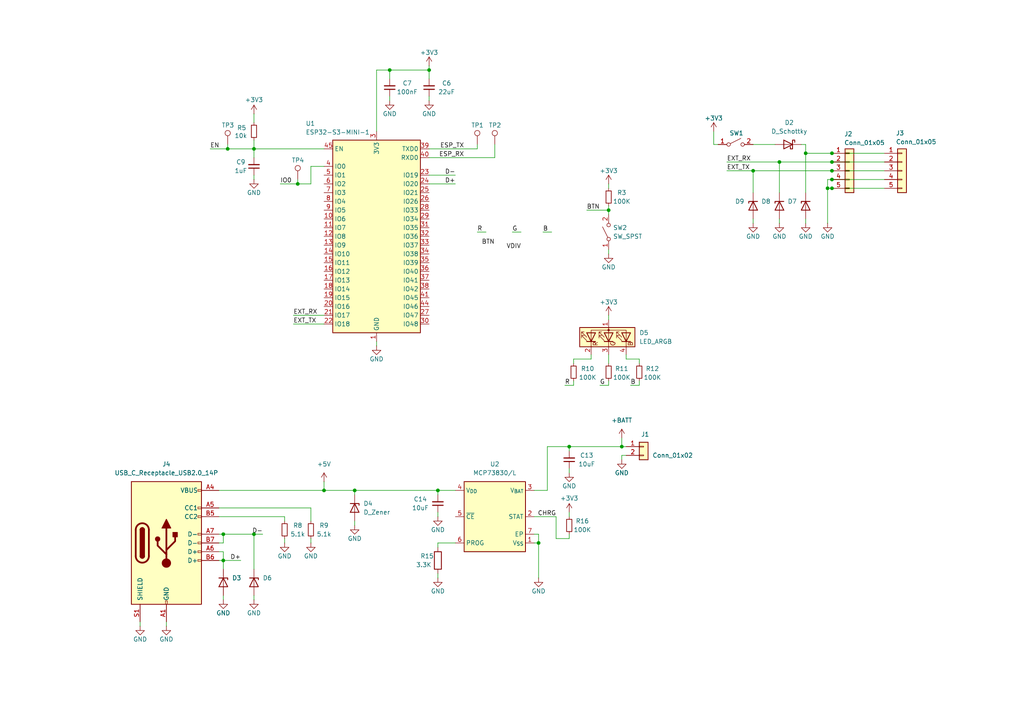
<source format=kicad_sch>
(kicad_sch (version 20231120) (generator "eeschema") (generator_version "8.0")
  (paper "A4")
  (lib_symbols
    (symbol "Connector:TestPoint" (pin_numbers hide) (pin_names (offset 0.762) hide)
      (property "Reference" "TP" (at 0 6.858 0))
      (property "Value" "TestPoint" (at 0 5.08 0))
      (symbol "TestPoint_1_1"
        (pin passive line (at 0 0 90) (length 2.54) (name "1") (number "1"))
      )
    )
    (symbol "Connector:USB_C_Receptacle_USB2.0_14P" (pin_names (offset 1.016))
      (property "Reference" "J" (at 0 22.225 0))
      (property "Value" "USB_C_Receptacle_USB2.0_14P" (at 0 19.685 0))
      (symbol "USB_C_Receptacle_USB2.0_14P_1_1"
        (pin passive line (at 0 -22.86 90) (length 5.08) (name "GND") (number "A1"))
        (pin passive line (at 0 -22.86 90) (length 5.08) hide (name "GND") (number "A12"))
        (pin passive line (at 15.24 15.24 180) (length 5.08) (name "VBUS") (number "A4"))
        (pin bidirectional line (at 15.24 10.16 180) (length 5.08) (name "CC1") (number "A5"))
        (pin bidirectional line (at 15.24 -2.54 180) (length 5.08) (name "D+") (number "A6"))
        (pin bidirectional line (at 15.24 2.54 180) (length 5.08) (name "D-") (number "A7"))
        (pin passive line (at 15.24 15.24 180) (length 5.08) hide (name "VBUS") (number "A9"))
        (pin passive line (at 0 -22.86 90) (length 5.08) hide (name "GND") (number "B1"))
        (pin passive line (at 0 -22.86 90) (length 5.08) hide (name "GND") (number "B12"))
        (pin passive line (at 15.24 15.24 180) (length 5.08) hide (name "VBUS") (number "B4"))
        (pin bidirectional line (at 15.24 7.62 180) (length 5.08) (name "CC2") (number "B5"))
        (pin bidirectional line (at 15.24 -5.08 180) (length 5.08) (name "D+") (number "B6"))
        (pin bidirectional line (at 15.24 0 180) (length 5.08) (name "D-") (number "B7"))
        (pin passive line (at 15.24 15.24 180) (length 5.08) hide (name "VBUS") (number "B9"))
        (pin passive line (at -7.62 -22.86 90) (length 5.08) (name "SHIELD") (number "S1"))
      )
    )
    (symbol "Connector_Generic:Conn_01x02" (pin_names (offset 1.016) hide)
      (property "Reference" "J" (at 0 2.54 0))
      (property "Value" "Conn_01x02" (at 0 -5.08 0))
      (symbol "Conn_01x02_1_1"
        (pin passive line (at -5.08 0 0) (length 3.81) (name "Pin_1") (number "1"))
        (pin passive line (at -5.08 -2.54 0) (length 3.81) (name "Pin_2") (number "2"))
      )
    )
    (symbol "Connector_Generic:Conn_01x05" (pin_names (offset 1.016) hide)
      (property "Reference" "J" (at 0 7.62 0))
      (property "Value" "Conn_01x05" (at 0 -7.62 0))
      (symbol "Conn_01x05_1_1"
        (pin passive line (at -5.08 5.08 0) (length 3.81) (name "Pin_1") (number "1"))
        (pin passive line (at -5.08 2.54 0) (length 3.81) (name "Pin_2") (number "2"))
        (pin passive line (at -5.08 0 0) (length 3.81) (name "Pin_3") (number "3"))
        (pin passive line (at -5.08 -2.54 0) (length 3.81) (name "Pin_4") (number "4"))
        (pin passive line (at -5.08 -5.08 0) (length 3.81) (name "Pin_5") (number "5"))
      )
    )
    (symbol "Device:C_Small" (pin_numbers hide) (pin_names (offset 0.254) hide)
      (property "Reference" "C" (at 0.254 1.778 0))
      (property "Value" "C_Small" (at 0.254 -2.032 0))
      (symbol "C_Small_1_1"
        (pin passive line (at 0 2.54 270) (length 2.032) (name "~") (number "1"))
        (pin passive line (at 0 -2.54 90) (length 2.032) (name "~") (number "2"))
      )
    )
    (symbol "Device:D_Schottky" (pin_numbers hide) (pin_names (offset 1.016) hide)
      (property "Reference" "D" (at 0 2.54 0))
      (property "Value" "D_Schottky" (at 0 -2.54 0))
      (symbol "D_Schottky_1_1"
        (pin passive line (at -3.81 0 0) (length 2.54) (name "K") (number "1"))
        (pin passive line (at 3.81 0 180) (length 2.54) (name "A") (number "2"))
      )
    )
    (symbol "Device:D_Zener" (pin_numbers hide) (pin_names (offset 1.016) hide)
      (property "Reference" "D" (at 0 2.54 0))
      (property "Value" "D_Zener" (at 0 -2.54 0))
      (symbol "D_Zener_1_1"
        (pin passive line (at -3.81 0 0) (length 2.54) (name "K") (number "1"))
        (pin passive line (at 3.81 0 180) (length 2.54) (name "A") (number "2"))
      )
    )
    (symbol "Device:LED_ARGB" (pin_names (offset 0) hide)
      (property "Reference" "D" (at 0 9.398 0))
      (property "Value" "LED_ARGB" (at 0 -8.89 0))
      (symbol "LED_ARGB_0_0"
        (text "B" (at -1.905 -6.35 0) (effects (font (size 1.27 1.27))))
        (text "G" (at -1.905 -1.27 0) (effects (font (size 1.27 1.27))))
        (text "R" (at -1.905 3.81 0) (effects (font (size 1.27 1.27))))
      )
      (symbol "LED_ARGB_1_1"
        (pin passive line (at 5.08 0 180) (length 2.54) (name "A") (number "1"))
        (pin passive line (at -5.08 5.08 0) (length 2.54) (name "RK") (number "2"))
        (pin passive line (at -5.08 0 0) (length 2.54) (name "GK") (number "3"))
        (pin passive line (at -5.08 -5.08 0) (length 2.54) (name "BK") (number "4"))
      )
    )
    (symbol "Device:R" (pin_numbers hide) (pin_names (offset 0))
      (property "Reference" "R" (at 2.032 0 90))
      (property "Value" "R" (at 0 0 90))
      (symbol "R_1_1"
        (pin passive line (at 0 3.81 270) (length 1.27) (name "~") (number "1"))
        (pin passive line (at 0 -3.81 90) (length 1.27) (name "~") (number "2"))
      )
    )
    (symbol "Device:R_Small" (pin_numbers hide) (pin_names (offset 0.254) hide)
      (property "Reference" "R" (at 0.762 0.508 0))
      (property "Value" "R_Small" (at 0.762 -1.016 0))
      (symbol "R_Small_1_1"
        (pin passive line (at 0 2.54 270) (length 0.762) (name "~") (number "1"))
        (pin passive line (at 0 -2.54 90) (length 0.762) (name "~") (number "2"))
      )
    )
    (symbol "EN_Designs-Symbols:MCP73830/L"
      (property "Reference" "U" (at -9.144 15.24 0))
      (property "Value" "MCP73830/L" (at -9.144 12.954 0))
      (symbol "MCP73830/L_1_1"
        (pin power_in line (at 11.43 -7.62 180) (length 2.54) (name "V_{SS}") (number "1"))
        (pin output line (at 11.43 0 180) (length 2.54) (name "STAT") (number "2"))
        (pin power_out line (at 11.43 7.62 180) (length 2.54) (name "V_{BAT}") (number "3"))
        (pin power_in line (at -11.43 7.62 0) (length 2.54) (name "V_{DD}") (number "4"))
        (pin input line (at -11.43 0 0) (length 2.54) (name "~{CE}") (number "5"))
        (pin input line (at -11.43 -7.62 0) (length 2.54) (name "PROG") (number "6"))
        (pin power_in line (at 11.43 -5.08 180) (length 2.54) (name "EP") (number "7"))
      )
    )
    (symbol "EN_Designs-Symbols:NCP167BMX330TBG"
      (property "Reference" "U" (at -5.08 8.89 0))
      (property "Value" "NCP167BMX330TBG" (at 3.81 6.35 0))
      (symbol "NCP167BMX330TBG_1_1"
        (pin power_out line (at 7.62 2.54 180) (length 2.54) (name "VOUT") (number "1"))
        (pin power_in line (at 7.62 -5.08 180) (length 2.54) (name "GND") (number "2"))
        (pin input line (at -7.62 -5.08 0) (length 2.54) (name "EN") (number "3"))
        (pin power_in line (at -7.62 2.54 0) (length 2.54) (name "VIN") (number "4"))
      )
    )
    (symbol "EN_Designs-Symbols:XC6194A303ER-G"
      (property "Reference" "U" (at -8.89 17.78 0))
      (property "Value" "XC6194A303ER-G" (at -8.89 15.24 0))
      (symbol "XC6194A303ER-G_1_1"
        (pin passive line (at -13.97 10.16 0) (length 5.08) (name "VIN") (number "1"))
        (pin no_connect line (at 13.97 -12.7 180) (length 5.08) hide (name "NC") (number "2"))
        (pin passive line (at -13.97 -2.54 0) (length 5.08) (name "SW") (number "3"))
        (pin passive line (at 13.97 -2.54 180) (length 5.08) (name "PG") (number "4"))
        (pin passive line (at -13.97 -12.7 0) (length 5.08) (name "GND") (number "5"))
        (pin passive line (at -13.97 -7.62 0) (length 5.08) (name "TEST") (number "6"))
        (pin passive line (at 13.97 -10.16 180) (length 5.08) (name "SHDN") (number "7"))
        (pin passive line (at 13.97 10.16 180) (length 5.08) (name "VOUT") (number "8"))
        (pin passive line (at -13.97 -10.16 0) (length 5.08) (name "EP") (number "9"))
      )
    )
    (symbol "Power_Management:TPS2116DRL"
      (property "Reference" "U" (at -7.874 9.144 0))
      (property "Value" "TPS2116DRL" (at 0.508 -8.89 0))
      (symbol "TPS2116DRL_1_0"
        (pin power_out line (at 10.16 5.08 180) (length 2.54) hide (name "VOUT") (number "7"))
      )
      (symbol "TPS2116DRL_1_1"
        (pin power_in line (at 0 -10.16 90) (length 2.54) (name "GND") (number "1"))
        (pin power_out line (at 10.16 5.08 180) (length 2.54) (name "VOUT") (number "2"))
        (pin power_in line (at -10.16 5.08 0) (length 2.54) (name "VIN1") (number "3"))
        (pin input line (at -10.16 2.54 0) (length 2.54) (name "PR1") (number "4"))
        (pin input line (at -10.16 -2.54 0) (length 2.54) (name "MODE") (number "5"))
        (pin power_in line (at -10.16 -5.08 0) (length 2.54) (name "VIN2") (number "6"))
        (pin open_collector line (at 10.16 -5.08 180) (length 2.54) (name "ST") (number "8"))
      )
    )
    (symbol "RF_Module:ESP32-S3-MINI-1"
      (property "Reference" "U" (at -11.43 29.21 0))
      (property "Value" "ESP32-S3-MINI-1" (at 12.7 29.21 0))
      (symbol "ESP32-S3-MINI-1_1_1"
        (pin power_in line (at 0 -30.48 90) (length 2.54) (name "GND") (number "1"))
        (pin bidirectional line (at -15.24 5.08 0) (length 2.54) (name "IO6") (number "10"))
        (pin bidirectional line (at -15.24 2.54 0) (length 2.54) (name "IO7") (number "11"))
        (pin bidirectional line (at -15.24 0 0) (length 2.54) (name "IO8") (number "12"))
        (pin bidirectional line (at -15.24 -2.54 0) (length 2.54) (name "IO9") (number "13"))
        (pin bidirectional line (at -15.24 -5.08 0) (length 2.54) (name "IO10") (number "14"))
        (pin bidirectional line (at -15.24 -7.62 0) (length 2.54) (name "IO11") (number "15"))
        (pin bidirectional line (at -15.24 -10.16 0) (length 2.54) (name "IO12") (number "16"))
        (pin bidirectional line (at -15.24 -12.7 0) (length 2.54) (name "IO13") (number "17"))
        (pin bidirectional line (at -15.24 -15.24 0) (length 2.54) (name "IO14") (number "18"))
        (pin bidirectional line (at -15.24 -17.78 0) (length 2.54) (name "IO15") (number "19"))
        (pin passive line (at 0 -30.48 90) (length 2.54) hide (name "GND") (number "2"))
        (pin bidirectional line (at -15.24 -20.32 0) (length 2.54) (name "IO16") (number "20"))
        (pin bidirectional line (at -15.24 -22.86 0) (length 2.54) (name "IO17") (number "21"))
        (pin bidirectional line (at -15.24 -25.4 0) (length 2.54) (name "IO18") (number "22"))
        (pin bidirectional line (at 15.24 17.78 180) (length 2.54) (name "IO19") (number "23"))
        (pin bidirectional line (at 15.24 15.24 180) (length 2.54) (name "IO20") (number "24"))
        (pin bidirectional line (at 15.24 12.7 180) (length 2.54) (name "IO21") (number "25"))
        (pin bidirectional line (at 15.24 10.16 180) (length 2.54) (name "IO26") (number "26"))
        (pin bidirectional line (at 15.24 -22.86 180) (length 2.54) (name "IO47") (number "27"))
        (pin bidirectional line (at 15.24 7.62 180) (length 2.54) (name "IO33") (number "28"))
        (pin bidirectional line (at 15.24 5.08 180) (length 2.54) (name "IO34") (number "29"))
        (pin power_in line (at 0 30.48 270) (length 2.54) (name "3V3") (number "3"))
        (pin bidirectional line (at 15.24 -25.4 180) (length 2.54) (name "IO48") (number "30"))
        (pin bidirectional line (at 15.24 2.54 180) (length 2.54) (name "IO35") (number "31"))
        (pin bidirectional line (at 15.24 0 180) (length 2.54) (name "IO36") (number "32"))
        (pin bidirectional line (at 15.24 -2.54 180) (length 2.54) (name "IO37") (number "33"))
        (pin bidirectional line (at 15.24 -5.08 180) (length 2.54) (name "IO38") (number "34"))
        (pin bidirectional line (at 15.24 -7.62 180) (length 2.54) (name "IO39") (number "35"))
        (pin bidirectional line (at 15.24 -10.16 180) (length 2.54) (name "IO40") (number "36"))
        (pin bidirectional line (at 15.24 -12.7 180) (length 2.54) (name "IO41") (number "37"))
        (pin bidirectional line (at 15.24 -15.24 180) (length 2.54) (name "IO42") (number "38"))
        (pin bidirectional line (at 15.24 25.4 180) (length 2.54) (name "TXD0") (number "39"))
        (pin bidirectional line (at -15.24 20.32 0) (length 2.54) (name "IO0") (number "4"))
        (pin bidirectional line (at 15.24 22.86 180) (length 2.54) (name "RXD0") (number "40"))
        (pin bidirectional line (at 15.24 -17.78 180) (length 2.54) (name "IO45") (number "41"))
        (pin passive line (at 0 -30.48 90) (length 2.54) hide (name "GND") (number "42"))
        (pin passive line (at 0 -30.48 90) (length 2.54) hide (name "GND") (number "43"))
        (pin bidirectional line (at 15.24 -20.32 180) (length 2.54) (name "IO46") (number "44"))
        (pin input line (at -15.24 25.4 0) (length 2.54) (name "EN") (number "45"))
        (pin passive line (at 0 -30.48 90) (length 2.54) hide (name "GND") (number "46"))
        (pin passive line (at 0 -30.48 90) (length 2.54) hide (name "GND") (number "47"))
        (pin passive line (at 0 -30.48 90) (length 2.54) hide (name "GND") (number "48"))
        (pin passive line (at 0 -30.48 90) (length 2.54) hide (name "GND") (number "49"))
        (pin bidirectional line (at -15.24 17.78 0) (length 2.54) (name "IO1") (number "5"))
        (pin passive line (at 0 -30.48 90) (length 2.54) hide (name "GND") (number "50"))
        (pin passive line (at 0 -30.48 90) (length 2.54) hide (name "GND") (number "51"))
        (pin passive line (at 0 -30.48 90) (length 2.54) hide (name "GND") (number "52"))
        (pin passive line (at 0 -30.48 90) (length 2.54) hide (name "GND") (number "53"))
        (pin passive line (at 0 -30.48 90) (length 2.54) hide (name "GND") (number "54"))
        (pin passive line (at 0 -30.48 90) (length 2.54) hide (name "GND") (number "55"))
        (pin passive line (at 0 -30.48 90) (length 2.54) hide (name "GND") (number "56"))
        (pin passive line (at 0 -30.48 90) (length 2.54) hide (name "GND") (number "57"))
        (pin passive line (at 0 -30.48 90) (length 2.54) hide (name "GND") (number "58"))
        (pin passive line (at 0 -30.48 90) (length 2.54) hide (name "GND") (number "59"))
        (pin bidirectional line (at -15.24 15.24 0) (length 2.54) (name "IO2") (number "6"))
        (pin passive line (at 0 -30.48 90) (length 2.54) hide (name "GND") (number "60"))
        (pin passive line (at 0 -30.48 90) (length 2.54) hide (name "GND") (number "61"))
        (pin passive line (at 0 -30.48 90) (length 2.54) hide (name "GND") (number "62"))
        (pin passive line (at 0 -30.48 90) (length 2.54) hide (name "GND") (number "63"))
        (pin passive line (at 0 -30.48 90) (length 2.54) hide (name "GND") (number "64"))
        (pin passive line (at 0 -30.48 90) (length 2.54) hide (name "GND") (number "65"))
        (pin bidirectional line (at -15.24 12.7 0) (length 2.54) (name "IO3") (number "7"))
        (pin bidirectional line (at -15.24 10.16 0) (length 2.54) (name "IO4") (number "8"))
        (pin bidirectional line (at -15.24 7.62 0) (length 2.54) (name "IO5") (number "9"))
      )
    )
    (symbol "Switch:SW_SPST" (pin_names (offset 0) hide)
      (property "Reference" "SW" (at 0 3.175 0))
      (property "Value" "SW_SPST" (at 0 -2.54 0))
      (symbol "SW_SPST_1_1"
        (pin passive line (at -5.08 0 0) (length 2.54) (name "A") (number "1"))
        (pin passive line (at 5.08 0 180) (length 2.54) (name "B") (number "2"))
      )
    )
    (symbol "power:+3V3" (power) (pin_numbers hide) (pin_names (offset 0) hide)
      (property "Value" "+3V3" (at 0 3.556 0))
      (symbol "+3V3_1_1"
        (pin power_in line (at 0 0 90) (length 0) (name "~") (number "1"))
      )
    )
    (symbol "power:+5V" (power) (pin_numbers hide) (pin_names (offset 0) hide)
      (property "Value" "+5V" (at 0 3.556 0))
      (symbol "+5V_1_1"
        (pin power_in line (at 0 0 90) (length 0) (name "~") (number "1"))
      )
    )
    (symbol "power:+BATT" (power) (pin_numbers hide) (pin_names (offset 0) hide)
      (property "Value" "+BATT" (at 0 3.556 0))
      (symbol "+BATT_1_1"
        (pin power_in line (at 0 0 90) (length 0) (name "~") (number "1"))
      )
    )
    (symbol "power:GND" (power) (pin_numbers hide) (pin_names (offset 0) hide)
      (property "Value" "GND" (at 0 -3.81 0))
      (symbol "GND_1_1"
        (pin power_in line (at 0 0 270) (length 0) (name "~") (number "1"))
      )
    )
  )
  (junction (at 111.76 252.73))
  (junction (at 64.77 162.56))
  (junction (at 241.3 44.45))
  (junction (at 228.6 232.41))
  (junction (at 226.06 46.99))
  (junction (at 176.53 60.96))
  (junction (at 93.98 232.41))
  (junction (at 111.76 255.27))
  (junction (at 218.44 49.53))
  (junction (at 233.68 44.45))
  (junction (at 93.98 245.11))
  (junction (at 194.31 232.41))
  (junction (at 34.29 248.92))
  (junction (at 180.34 129.54))
  (junction (at 86.36 53.34))
  (junction (at 64.77 154.94))
  (junction (at 240.03 54.61))
  (junction (at 34.29 219.71))
  (junction (at 241.3 49.53))
  (junction (at 73.66 43.18))
  (junction (at 156.21 157.48))
  (junction (at 110.49 232.41))
  (junction (at 27.94 219.71))
  (junction (at 102.87 142.24))
  (junction (at 93.98 142.24))
  (junction (at 73.66 154.94))
  (junction (at 34.29 227.33))
  (junction (at 66.04 43.18))
  (junction (at 41.91 219.71))
  (junction (at 165.1 129.54))
  (junction (at 241.3 52.07))
  (junction (at 171.45 232.41))
  (junction (at 124.46 20.32))
  (junction (at 241.3 46.99))
  (junction (at 241.3 54.61))
  (junction (at 153.67 232.41))
  (junction (at 113.03 20.32))
  (junction (at 127 142.24))
  (junction (at 171.45 240.03))
  (wire (pts (xy 166.37 104.14) (xy 171.45 104.14)))
  (wire (pts (xy 240.03 52.07) (xy 240.03 54.61)))
  (wire (pts (xy 171.45 240.03) (xy 181.61 240.03)))
  (wire (pts (xy 93.98 241.3) (xy 93.98 245.11)))
  (wire (pts (xy 171.45 246.38) (xy 171.45 247.65)))
  (wire (pts (xy 154.94 154.94) (xy 156.21 154.94)))
  (wire (pts (xy 241.3 52.07) (xy 240.03 52.07)))
  (wire (pts (xy 111.76 255.27) (xy 113.03 255.27)))
  (wire (pts (xy 102.87 151.13) (xy 102.87 152.4)))
  (wire (pts (xy 60.96 43.18) (xy 66.04 43.18)))
  (wire (pts (xy 181.61 104.14) (xy 181.61 102.87)))
  (wire (pts (xy 228.6 234.95) (xy 228.6 232.41)))
  (wire (pts (xy 81.28 53.34) (xy 86.36 53.34)))
  (wire (pts (xy 34.29 248.92) (xy 34.29 250.19)))
  (wire (pts (xy 210.82 49.53) (xy 218.44 49.53)))
  (wire (pts (xy 171.45 238.76) (xy 171.45 240.03)))
  (wire (pts (xy 113.03 27.94) (xy 113.03 29.21)))
  (wire (pts (xy 233.68 44.45) (xy 241.3 44.45)))
  (wire (pts (xy 88.9 255.27) (xy 88.9 257.81)))
  (wire (pts (xy 154.94 157.48) (xy 156.21 157.48)))
  (wire (pts (xy 180.34 127) (xy 180.34 129.54)))
  (wire (pts (xy 88.9 247.65) (xy 88.9 245.11)))
  (wire (pts (xy 181.61 132.08) (xy 180.34 132.08)))
  (wire (pts (xy 73.66 33.02) (xy 73.66 35.56)))
  (wire (pts (xy 158.75 142.24) (xy 154.94 142.24)))
  (wire (pts (xy 180.34 132.08) (xy 180.34 133.35)))
  (wire (pts (xy 176.53 59.69) (xy 176.53 60.96)))
  (wire (pts (xy 34.29 219.71) (xy 34.29 220.98)))
  (wire (pts (xy 27.94 219.71) (xy 34.29 219.71)))
  (wire (pts (xy 223.52 240.03) (xy 223.52 241.3)))
  (wire (pts (xy 113.03 22.86) (xy 113.03 20.32)))
  (wire (pts (xy 63.5 147.32) (xy 90.17 147.32)))
  (wire (pts (xy 153.67 232.41) (xy 171.45 232.41)))
  (wire (pts (xy 46.99 242.57) (xy 43.18 242.57)))
  (wire (pts (xy 27.94 219.71) (xy 27.94 220.98)))
  (wire (pts (xy 64.77 162.56) (xy 64.77 165.1)))
  (wire (pts (xy 82.55 149.86) (xy 82.55 151.13)))
  (wire (pts (xy 63.5 142.24) (xy 93.98 142.24)))
  (wire (pts (xy 43.18 227.33) (xy 43.18 234.95)))
  (wire (pts (xy 165.1 129.54) (xy 180.34 129.54)))
  (wire (pts (xy 210.82 46.99) (xy 226.06 46.99)))
  (wire (pts (xy 176.53 102.87) (xy 176.53 105.41)))
  (wire (pts (xy 161.29 149.86) (xy 161.29 156.21)))
  (wire (pts (xy 218.44 41.91) (xy 224.79 41.91)))
  (wire (pts (xy 171.45 240.03) (xy 171.45 241.3)))
  (wire (pts (xy 226.06 46.99) (xy 241.3 46.99)))
  (wire (pts (xy 127 158.75) (xy 127 157.48)))
  (wire (pts (xy 73.66 40.64) (xy 73.66 43.18)))
  (wire (pts (xy 232.41 41.91) (xy 233.68 41.91)))
  (wire (pts (xy 142.24 252.73) (xy 142.24 254)))
  (wire (pts (xy 110.49 232.41) (xy 110.49 233.68)))
  (wire (pts (xy 241.3 52.07) (xy 256.54 52.07)))
  (wire (pts (xy 176.53 110.49) (xy 176.53 111.76)))
  (wire (pts (xy 207.01 38.1) (xy 207.01 41.91)))
  (wire (pts (xy 140.97 252.73) (xy 142.24 252.73)))
  (wire (pts (xy 153.67 232.41) (xy 153.67 233.68)))
  (wire (pts (xy 69.85 162.56) (xy 64.77 162.56)))
  (wire (pts (xy 127 142.24) (xy 127 143.51)))
  (wire (pts (xy 41.91 219.71) (xy 45.72 219.71)))
  (wire (pts (xy 113.03 20.32) (xy 109.22 20.32)))
  (wire (pts (xy 63.5 154.94) (xy 64.77 154.94)))
  (wire (pts (xy 109.22 100.33) (xy 109.22 99.06)))
  (wire (pts (xy 34.29 219.71) (xy 41.91 219.71)))
  (wire (pts (xy 176.53 53.34) (xy 176.53 54.61)))
  (wire (pts (xy 90.17 147.32) (xy 90.17 151.13)))
  (wire (pts (xy 241.3 54.61) (xy 240.03 54.61)))
  (wire (pts (xy 166.37 110.49) (xy 166.37 111.76)))
  (wire (pts (xy 143.51 41.91) (xy 143.51 45.72)))
  (wire (pts (xy 140.97 232.41) (xy 153.67 232.41)))
  (wire (pts (xy 207.01 240.03) (xy 198.12 240.03)))
  (wire (pts (xy 173.99 111.76) (xy 176.53 111.76)))
  (wire (pts (xy 93.98 245.11) (xy 93.98 246.38)))
  (wire (pts (xy 127 166.37) (xy 127 167.64)))
  (wire (pts (xy 124.46 43.18) (xy 138.43 43.18)))
  (wire (pts (xy 176.53 72.39) (xy 176.53 73.66)))
  (wire (pts (xy 153.67 238.76) (xy 153.67 240.03)))
  (wire (pts (xy 241.3 44.45) (xy 256.54 44.45)))
  (wire (pts (xy 124.46 20.32) (xy 124.46 22.86)))
  (wire (pts (xy 73.66 172.72) (xy 73.66 173.99)))
  (wire (pts (xy 110.49 238.76) (xy 110.49 240.03)))
  (wire (pts (xy 90.17 48.26) (xy 93.98 48.26)))
  (wire (pts (xy 149.86 245.11) (xy 140.97 245.11)))
  (wire (pts (xy 165.1 148.59) (xy 165.1 149.86)))
  (wire (pts (xy 34.29 233.68) (xy 34.29 234.95)))
  (wire (pts (xy 158.75 129.54) (xy 165.1 129.54)))
  (wire (pts (xy 180.34 129.54) (xy 181.61 129.54)))
  (wire (pts (xy 233.68 63.5) (xy 233.68 64.77)))
  (wire (pts (xy 57.15 247.65) (xy 57.15 248.92)))
  (wire (pts (xy 218.44 63.5) (xy 218.44 64.77)))
  (wire (pts (xy 165.1 135.89) (xy 165.1 137.16)))
  (wire (pts (xy 132.08 53.34) (xy 124.46 53.34)))
  (wire (pts (xy 102.87 142.24) (xy 127 142.24)))
  (wire (pts (xy 171.45 232.41) (xy 194.31 232.41)))
  (wire (pts (xy 226.06 46.99) (xy 226.06 55.88)))
  (wire (pts (xy 93.98 245.11) (xy 113.03 245.11)))
  (wire (pts (xy 41.91 219.71) (xy 41.91 240.03)))
  (wire (pts (xy 63.5 160.02) (xy 64.77 160.02)))
  (wire (pts (xy 226.06 63.5) (xy 226.06 64.77)))
  (wire (pts (xy 110.49 232.41) (xy 113.03 232.41)))
  (wire (pts (xy 240.03 54.61) (xy 240.03 64.77)))
  (wire (pts (xy 90.17 53.34) (xy 90.17 48.26)))
  (wire (pts (xy 48.26 180.34) (xy 48.26 181.61)))
  (wire (pts (xy 124.46 19.05) (xy 124.46 20.32)))
  (wire (pts (xy 176.53 60.96) (xy 176.53 62.23)))
  (wire (pts (xy 138.43 41.91) (xy 138.43 43.18)))
  (wire (pts (xy 64.77 157.48) (xy 64.77 154.94)))
  (wire (pts (xy 43.18 234.95) (xy 46.99 234.95)))
  (wire (pts (xy 67.31 242.57) (xy 68.58 242.57)))
  (wire (pts (xy 156.21 154.94) (xy 156.21 157.48)))
  (wire (pts (xy 93.98 256.54) (xy 93.98 257.81)))
  (wire (pts (xy 102.87 142.24) (xy 102.87 143.51)))
  (wire (pts (xy 165.1 156.21) (xy 165.1 154.94)))
  (wire (pts (xy 241.3 49.53) (xy 256.54 49.53)))
  (wire (pts (xy 142.24 259.08) (xy 142.24 260.35)))
  (wire (pts (xy 161.29 149.86) (xy 154.94 149.86)))
  (wire (pts (xy 241.3 46.99) (xy 256.54 46.99)))
  (wire (pts (xy 170.18 60.96) (xy 176.53 60.96)))
  (wire (pts (xy 124.46 29.21) (xy 124.46 27.94)))
  (wire (pts (xy 93.98 232.41) (xy 110.49 232.41)))
  (wire (pts (xy 163.83 111.76) (xy 166.37 111.76)))
  (wire (pts (xy 43.18 242.57) (xy 43.18 248.92)))
  (wire (pts (xy 127 157.48) (xy 132.08 157.48)))
  (wire (pts (xy 194.31 234.95) (xy 194.31 232.41)))
  (wire (pts (xy 63.5 149.86) (xy 82.55 149.86)))
  (wire (pts (xy 64.77 172.72) (xy 64.77 173.99)))
  (wire (pts (xy 156.21 157.48) (xy 156.21 167.64)))
  (wire (pts (xy 111.76 255.27) (xy 111.76 257.81)))
  (wire (pts (xy 124.46 45.72) (xy 143.51 45.72)))
  (wire (pts (xy 86.36 53.34) (xy 90.17 53.34)))
  (wire (pts (xy 63.5 162.56) (xy 64.77 162.56)))
  (wire (pts (xy 66.04 41.91) (xy 66.04 43.18)))
  (wire (pts (xy 34.29 227.33) (xy 34.29 228.6)))
  (wire (pts (xy 185.42 110.49) (xy 185.42 111.76)))
  (wire (pts (xy 228.6 231.14) (xy 228.6 232.41)))
  (wire (pts (xy 158.75 129.54) (xy 158.75 142.24)))
  (wire (pts (xy 194.31 240.03) (xy 194.31 241.3)))
  (wire (pts (xy 233.68 44.45) (xy 233.68 55.88)))
  (wire (pts (xy 27.94 226.06) (xy 27.94 227.33)))
  (wire (pts (xy 45.72 232.41) (xy 46.99 232.41)))
  (wire (pts (xy 46.99 240.03) (xy 41.91 240.03)))
  (wire (pts (xy 90.17 156.21) (xy 90.17 157.48)))
  (wire (pts (xy 113.03 250.19) (xy 111.76 250.19)))
  (wire (pts (xy 132.08 50.8) (xy 124.46 50.8)))
  (wire (pts (xy 166.37 104.14) (xy 166.37 105.41)))
  (wire (pts (xy 63.5 157.48) (xy 64.77 157.48)))
  (wire (pts (xy 111.76 252.73) (xy 111.76 255.27)))
  (wire (pts (xy 34.29 247.65) (xy 34.29 248.92)))
  (wire (pts (xy 171.45 232.41) (xy 171.45 233.68)))
  (wire (pts (xy 67.31 232.41) (xy 93.98 232.41)))
  (wire (pts (xy 241.3 54.61) (xy 256.54 54.61)))
  (wire (pts (xy 157.48 67.31) (xy 160.02 67.31)))
  (wire (pts (xy 40.64 180.34) (xy 40.64 181.61)))
  (wire (pts (xy 113.03 20.32) (xy 124.46 20.32)))
  (wire (pts (xy 138.43 67.31) (xy 140.97 67.31)))
  (wire (pts (xy 82.55 156.21) (xy 82.55 157.48)))
  (wire (pts (xy 34.29 226.06) (xy 34.29 227.33)))
  (wire (pts (xy 171.45 104.14) (xy 171.45 102.87)))
  (wire (pts (xy 233.68 41.91) (xy 233.68 44.45)))
  (wire (pts (xy 222.25 240.03) (xy 223.52 240.03)))
  (wire (pts (xy 86.36 52.07) (xy 86.36 53.34)))
  (wire (pts (xy 165.1 130.81) (xy 165.1 129.54)))
  (wire (pts (xy 73.66 50.8) (xy 73.66 52.07)))
  (wire (pts (xy 73.66 43.18) (xy 73.66 45.72)))
  (wire (pts (xy 64.77 160.02) (xy 64.77 162.56)))
  (wire (pts (xy 161.29 156.21) (xy 165.1 156.21)))
  (wire (pts (xy 176.53 91.44) (xy 176.53 92.71)))
  (wire (pts (xy 222.25 232.41) (xy 228.6 232.41)))
  (wire (pts (xy 111.76 250.19) (xy 111.76 252.73)))
  (wire (pts (xy 218.44 49.53) (xy 218.44 55.88)))
  (wire (pts (xy 73.66 154.94) (xy 73.66 165.1)))
  (wire (pts (xy 64.77 154.94) (xy 73.66 154.94)))
  (wire (pts (xy 34.29 248.92) (xy 43.18 248.92)))
  (wire (pts (xy 185.42 104.14) (xy 185.42 105.41)))
  (wire (pts (xy 93.98 139.7) (xy 93.98 142.24)))
  (wire (pts (xy 85.09 91.44) (xy 93.98 91.44)))
  (wire (pts (xy 68.58 242.57) (xy 68.58 243.84)))
  (wire (pts (xy 68.58 248.92) (xy 68.58 250.19)))
  (wire (pts (xy 34.29 256.54) (xy 34.29 255.27)))
  (wire (pts (xy 27.94 218.44) (xy 27.94 219.71)))
  (wire (pts (xy 93.98 142.24) (xy 102.87 142.24)))
  (wire (pts (xy 182.88 111.76) (xy 185.42 111.76)))
  (wire (pts (xy 88.9 245.11) (xy 93.98 245.11)))
  (wire (pts (xy 127 142.24) (xy 132.08 142.24)))
  (wire (pts (xy 127 149.86) (xy 127 148.59)))
  (wire (pts (xy 73.66 43.18) (xy 66.04 43.18)))
  (wire (pts (xy 111.76 252.73) (xy 113.03 252.73)))
  (wire (pts (xy 207.01 41.91) (xy 208.28 41.91)))
  (wire (pts (xy 228.6 240.03) (xy 228.6 241.3)))
  (wire (pts (xy 185.42 104.14) (xy 181.61 104.14)))
  (wire (pts (xy 148.59 67.31) (xy 151.13 67.31)))
  (wire (pts (xy 73.66 43.18) (xy 93.98 43.18)))
  (wire (pts (xy 34.29 227.33) (xy 43.18 227.33)))
  (wire (pts (xy 85.09 93.98) (xy 93.98 93.98)))
  (wire (pts (xy 73.66 154.94) (xy 76.2 154.94)))
  (wire (pts (xy 93.98 232.41) (xy 93.98 236.22)))
  (wire (pts (xy 218.44 49.53) (xy 241.3 49.53)))
  (wire (pts (xy 109.22 20.32) (xy 109.22 38.1)))
  (wire (pts (xy 45.72 219.71) (xy 45.72 232.41)))
  (wire (pts (xy 194.31 232.41) (xy 207.01 232.41)))
  (label "EXT_TX" (at 210.82 49.53 0))
  (label "B" (at 182.88 111.76 0))
  (label "D+" (at 69.85 162.56 180))
  (label "IO0" (at 81.28 53.34 0))
  (label "EN" (at 60.96 43.18 0))
  (label "D+" (at 132.08 53.34 180))
  (label "EXT_TX" (at 85.09 93.98 0))
  (label "B" (at 157.48 67.31 0))
  (label "ESP_RX" (at 134.62 45.72 180))
  (label "CHRG" (at 161.29 149.86 180))
  (label "VDIV" (at 151.13 72.39 180))
  (label "LDO_EN" (at 198.12 240.03 0))
  (label "G" (at 148.59 67.31 0))
  (label "BTN" (at 139.7 71.12 0))
  (label "D-" (at 132.08 50.8 180))
  (label "VDIV" (at 181.61 240.03 180))
  (label "R" (at 138.43 67.31 0))
  (label "R" (at 163.83 111.76 0))
  (label "EXT_RX" (at 85.09 91.44 0))
  (label "BTN" (at 170.18 60.96 0))
  (label "LDO_EN" (at 149.86 245.11 180))
  (label "G" (at 173.99 111.76 0))
  (label "EXT_RX" (at 210.82 46.99 0))
  (label "D-" (at 76.2 154.94 180))
  (label "ESP_TX" (at 134.62 43.18 180))
  (symbol (lib_id "Device:C_Small") (at 228.6 237.49 0) (mirror x) (unit 1)
    (property "Reference" "C10" (at 233.172 236.22 0))
    (property "Value" "1uF" (at 233.172 238.76 0))
    (property "Footprint" "Capacitor_SMD:C_0402_1005Metric" (effects (hide yes)))
    (property "Description" "Unpolarized capacitor, small symbol" (effects (hide yes)))
    (property "Voltage" "10V" (effects (hide yes)))
  )
  (symbol (lib_id "Device:R_Small") (at 176.53 107.95 180) (unit 1)
    (property "Reference" "R11" (at 180.34 106.934 0))
    (property "Value" "100K" (at 180.34 109.474 0))
    (property "Footprint" "Resistor_SMD:R_0201_0603Metric" (effects (hide yes)))
    (property "Description" "Resistor, small symbol" (effects (hide yes)))
  )
  (symbol (lib_id "Connector:TestPoint") (at 66.04 41.91 0) (unit 1)
    (property "Reference" "TP3" (at 64.262 36.322 0) (effects (justify left)))
    (property "Value" "TestPoint" (effects (hide yes)))
    (property "Description" "test point" (effects (hide yes)))
  )
  (symbol (lib_id "power:+3V3") (at 176.53 53.34 0) (unit 1)
    (property "Reference" "#PWR09" (effects (hide yes)))
    (property "Value" "+3V3" (at 176.53 49.53 0))
    (property "Description" "Power symbol creates a global label with name \"+3V3\"" (effects (hide yes)))
  )
  (symbol (lib_id "Switch:SW_SPST") (at 176.53 67.31 90) (unit 1)
    (property "Reference" "SW2" (at 177.8 66.0399 90) (effects (justify right)))
    (property "Value" "SW_SPST" (at 177.8 68.5799 90) (effects (justify right)))
    (property "Description" "Single Pole Single Throw (SPST) switch" (effects (hide yes)))
  )
  (symbol (lib_id "power:GND") (at 27.94 227.33 0) (unit 1)
    (property "Reference" "#PWR029" (effects (hide yes)))
    (property "Value" "GND" (at 27.94 231.14 0))
    (property "Description" "Power symbol creates a global label with name \"GND\" , ground" (effects (hide yes)))
  )
  (symbol (lib_id "Device:D_Zener") (at 226.06 59.69 90) (mirror x) (unit 1)
    (property "Reference" "D8" (at 223.52 58.4199 90) (effects (justify left)))
    (property "Value" "D_Zener" (effects (hide yes)))
    (property "Description" "Zener diode" (effects (hide yes)))
  )
  (symbol (lib_id "Device:D_Zener") (at 73.66 168.91 270) (unit 1)
    (property "Reference" "D6" (at 76.2 167.6399 90) (effects (justify left)))
    (property "Value" "D_Zener" (effects (hide yes)))
    (property "Description" "Zener diode" (effects (hide yes)))
  )
  (symbol (lib_id "power:GND") (at 34.29 234.95 0) (unit 1)
    (property "Reference" "#PWR034" (effects (hide yes)))
    (property "Value" "GND" (at 34.29 238.76 0))
    (property "Description" "Power symbol creates a global label with name \"GND\" , ground" (effects (hide yes)))
  )
  (symbol (lib_id "power:GND") (at 228.6 241.3 0) (mirror y) (unit 1)
    (property "Reference" "#PWR03" (effects (hide yes)))
    (property "Value" "GND" (at 228.6 245.11 0))
    (property "Description" "Power symbol creates a global label with name \"GND\" , ground" (effects (hide yes)))
  )
  (symbol (lib_id "EN_Designs-Symbols:NCP167BMX330TBG") (at 214.63 234.95 0) (unit 1)
    (property "Reference" "U3" (at 214.63 224.79 0))
    (property "Value" "NCP167BMX330TBG" (at 214.63 227.33 0))
  )
  (symbol (lib_id "power:GND") (at 111.76 257.81 0) (unit 1)
    (property "Reference" "#PWR022" (effects (hide yes)))
    (property "Value" "GND" (at 111.76 261.62 0))
    (property "Description" "Power symbol creates a global label with name \"GND\" , ground" (effects (hide yes)))
  )
  (symbol (lib_id "Connector:TestPoint") (at 143.51 41.91 0) (unit 1)
    (property "Reference" "TP2" (at 141.732 36.322 0) (effects (justify left)))
    (property "Value" "TestPoint" (effects (hide yes)))
    (property "Description" "test point" (effects (hide yes)))
  )
  (symbol (lib_id "power:GND") (at 88.9 257.81 0) (unit 1)
    (property "Reference" "#PWR020" (effects (hide yes)))
    (property "Value" "GND" (at 88.9 261.62 0))
    (property "Description" "Power symbol creates a global label with name \"GND\" , ground" (effects (hide yes)))
  )
  (symbol (lib_id "power:GND") (at 180.34 133.35 0) (unit 1)
    (property "Reference" "#PWR026" (effects (hide yes)))
    (property "Value" "GND" (at 180.34 137.16 0))
    (property "Description" "Power symbol creates a global label with name \"GND\" , ground" (effects (hide yes)))
  )
  (symbol (lib_id "Device:C_Small") (at 110.49 236.22 180) (unit 1)
    (property "Reference" "C3" (at 102.87 234.95 0))
    (property "Value" "100nF 16V" (at 102.87 237.49 0))
    (property "Footprint" "Capacitor_SMD:C_0201_0603Metric" (effects (hide yes)))
    (property "Description" "Unpolarized capacitor, small symbol" (effects (hide yes)))
  )
  (symbol (lib_id "Device:R_Small") (at 34.29 231.14 0) (mirror x) (unit 1)
    (property "Reference" "R6" (at 38.1 229.87 0))
    (property "Value" "2.8k" (at 38.1 232.41 0))
    (property "Footprint" "Resistor_SMD:R_0201_0603Metric" (effects (hide yes)))
    (property "Description" "Resistor, small symbol" (effects (hide yes)))
  )
  (symbol (lib_id "power:GND") (at 240.03 64.77 0) (unit 1)
    (property "Reference" "#PWR07" (effects (hide yes)))
    (property "Value" "GND" (at 240.03 68.58 0))
    (property "Description" "Power symbol creates a global label with name \"GND\" , ground" (effects (hide yes)))
  )
  (symbol (lib_id "Device:R_Small") (at 176.53 57.15 0) (mirror x) (unit 1)
    (property "Reference" "R3" (at 180.34 55.88 0))
    (property "Value" "100K" (at 180.34 58.42 0))
    (property "Footprint" "Resistor_SMD:R_0201_0603Metric" (effects (hide yes)))
    (property "Description" "Resistor, small symbol" (effects (hide yes)))
  )
  (symbol (lib_id "power:+3V3") (at 207.01 38.1 0) (unit 1)
    (property "Reference" "#PWR08" (effects (hide yes)))
    (property "Value" "+3V3" (at 207.01 34.29 0))
    (property "Description" "Power symbol creates a global label with name \"+3V3\"" (effects (hide yes)))
  )
  (symbol (lib_id "Device:C_Small") (at 27.94 223.52 180) (unit 1)
    (property "Reference" "C11" (at 24.13 222.25 0))
    (property "Value" "1uF" (at 24.13 224.79 0))
    (property "Footprint" "Capacitor_SMD:C_0603_1608Metric" (effects (hide yes)))
    (property "Description" "Unpolarized capacitor, small symbol" (effects (hide yes)))
    (property "Voltage" "10V" (effects (hide yes)))
  )
  (symbol (lib_id "power:GND") (at 226.06 64.77 0) (mirror y) (unit 1)
    (property "Reference" "#PWR043" (effects (hide yes)))
    (property "Value" "GND" (at 226.06 68.58 0))
    (property "Description" "Power symbol creates a global label with name \"GND\" , ground" (effects (hide yes)))
  )
  (symbol (lib_id "power:GND") (at 64.77 173.99 0) (unit 1)
    (property "Reference" "#PWR041" (effects (hide yes)))
    (property "Value" "GND" (at 64.77 177.8 0))
    (property "Description" "Power symbol creates a global label with name \"GND\" , ground" (effects (hide yes)))
  )
  (symbol (lib_id "power:GND") (at 48.26 181.61 0) (unit 1)
    (property "Reference" "#PWR012" (effects (hide yes)))
    (property "Value" "GND" (at 48.26 185.42 0))
    (property "Description" "Power symbol creates a global label with name \"GND\" , ground" (effects (hide yes)))
  )
  (symbol (lib_id "power:GND") (at 127 167.64 0) (unit 1)
    (property "Reference" "#PWR045" (effects (hide yes)))
    (property "Value" "GND" (at 127 171.45 0))
    (property "Description" "Power symbol creates a global label with name \"GND\" , ground" (effects (hide yes)))
  )
  (symbol (lib_id "Connector_Generic:Conn_01x05") (at 246.38 49.53 0) (unit 1)
    (property "Reference" "J2" (at 244.856 38.862 0) (effects (justify left)))
    (property "Value" "Conn_01x05" (at 244.856 41.402 0) (effects (justify left)))
    (property "Footprint" "Connector_JST:JST_GH_SM05B-GHS-TB_1x05-1MP_P1.25mm_Horizontal" (effects (hide yes)))
    (property "Description" "Generic connector, single row, 01x05, script generated (kicad-library-utils/schlib/autogen/connector/)" (effects (hide yes)))
  )
  (symbol (lib_id "power:GND") (at 176.53 73.66 0) (unit 1)
    (property "Reference" "#PWR010" (effects (hide yes)))
    (property "Value" "GND" (at 176.53 77.47 0))
    (property "Description" "Power symbol creates a global label with name \"GND\" , ground" (effects (hide yes)))
  )
  (symbol (lib_id "Device:D_Zener") (at 233.68 59.69 90) (mirror x) (unit 1)
    (property "Reference" "D7" (at 231.14 58.4199 90) (effects (justify left)))
    (property "Value" "D_Zener" (effects (hide yes)))
    (property "Description" "Zener diode" (effects (hide yes)))
  )
  (symbol (lib_id "power:+3V3") (at 176.53 91.44 0) (unit 1)
    (property "Reference" "#PWR037" (effects (hide yes)))
    (property "Value" "+3V3" (at 176.53 87.63 0))
    (property "Description" "Power symbol creates a global label with name \"+3V3\"" (effects (hide yes)))
  )
  (symbol (lib_id "power:GND") (at 102.87 152.4 0) (unit 1)
    (property "Reference" "#PWR039" (effects (hide yes)))
    (property "Value" "GND" (at 102.87 156.21 0))
    (property "Description" "Power symbol creates a global label with name \"GND\" , ground" (effects (hide yes)))
  )
  (symbol (lib_id "EN_Designs-Symbols:XC6194A303ER-G") (at 127 242.57 0) (unit 1)
    (property "Reference" "U8" (at 127 224.79 0))
    (property "Value" "XC6194A303ER-G" (at 127 227.33 0))
    (property "Footprint" "XC6194BANNERG" (effects (hide yes)))
    (property "Datasheet" "https://www.torexsemi.com/file/XC6194/XC6194.pdf" (effects (hide yes)))
    (property "Description" "TOREX - XC6194A303ER-G - Power Load Distribution Switch, High Side, 1 Output, 6V, 0.19ohm, USP-B06, 8-Pin" (effects (hide yes)))
  )
  (symbol (lib_id "Connector:TestPoint") (at 138.43 41.91 0) (unit 1)
    (property "Reference" "TP1" (at 136.652 36.322 0) (effects (justify left)))
    (property "Value" "TestPoint" (effects (hide yes)))
    (property "Description" "test point" (effects (hide yes)))
  )
  (symbol (lib_id "power:+3V3") (at 165.1 148.59 0) (unit 1)
    (property "Reference" "#PWR01" (effects (hide yes)))
    (property "Value" "+3V3" (at 165.1 144.526 0))
    (property "Description" "Power symbol creates a global label with name \"+3V3\"" (effects (hide yes)))
  )
  (symbol (lib_id "Device:R_Small") (at 73.66 38.1 0) (mirror x) (unit 1)
    (property "Reference" "R5" (at 70.104 37.084 0))
    (property "Value" "10k" (at 69.85 39.37 0))
    (property "Footprint" "Resistor_SMD:R_0402_1005Metric" (effects (hide yes)))
    (property "Description" "Resistor, small symbol" (effects (hide yes)))
  )
  (symbol (lib_id "Device:R") (at 127 162.56 180) (unit 1)
    (property "Reference" "R15" (at 121.92 161.29 0) (effects (justify right)))
    (property "Value" "3.3K" (at 120.65 163.83 0) (effects (justify right)))
    (property "Footprint" "Resistor_SMD:R_0201_0603Metric" (effects (hide yes)))
    (property "Description" "Resistor" (effects (hide yes)))
  )
  (symbol (lib_id "power:GND") (at 90.17 157.48 0) (unit 1)
    (property "Reference" "#PWR036" (effects (hide yes)))
    (property "Value" "GND" (at 90.17 161.29 0))
    (property "Description" "Power symbol creates a global label with name \"GND\" , ground" (effects (hide yes)))
  )
  (symbol (lib_id "power:+3V3") (at 73.66 33.02 0) (unit 1)
    (property "Reference" "#PWR013" (effects (hide yes)))
    (property "Value" "+3V3" (at 73.66 28.956 0))
    (property "Description" "Power symbol creates a global label with name \"+3V3\"" (effects (hide yes)))
  )
  (symbol (lib_id "Device:D_Zener") (at 88.9 251.46 90) (mirror x) (unit 1)
    (property "Reference" "D1" (at 86.36 250.1899 90) (effects (justify left)))
    (property "Value" "D_Zener" (at 86.36 252.7299 90) (effects (justify left)))
    (property "Description" "Zener diode" (effects (hide yes)))
  )
  (symbol (lib_id "power:GND") (at 124.46 29.21 0) (unit 1)
    (property "Reference" "#PWR014" (effects (hide yes)))
    (property "Value" "GND" (at 124.46 33.02 0))
    (property "Description" "Power symbol creates a global label with name \"GND\" , ground" (effects (hide yes)))
  )
  (symbol (lib_id "power:GND") (at 233.68 64.77 0) (mirror y) (unit 1)
    (property "Reference" "#PWR042" (effects (hide yes)))
    (property "Value" "GND" (at 233.68 68.58 0))
    (property "Description" "Power symbol creates a global label with name \"GND\" , ground" (effects (hide yes)))
  )
  (symbol (lib_id "Connector_Generic:Conn_01x05") (at 261.62 49.53 0) (unit 1)
    (property "Reference" "J3" (at 259.842 38.608 0) (effects (justify left)))
    (property "Value" "Conn_01x05" (at 259.842 41.148 0) (effects (justify left)))
    (property "Footprint" "Connector_PinHeader_2.54mm:PinHeader_1x05_P2.54mm_Horizontal" (effects (hide yes)))
    (property "Description" "Generic connector, single row, 01x05, script generated (kicad-library-utils/schlib/autogen/connector/)" (effects (hide yes)))
  )
  (symbol (lib_id "power:GND") (at 109.22 100.33 0) (unit 1)
    (property "Reference" "#PWR017" (effects (hide yes)))
    (property "Value" "GND" (at 109.22 104.14 0))
    (property "Description" "Power symbol creates a global label with name \"GND\" , ground" (effects (hide yes)))
  )
  (symbol (lib_id "Device:R_Small") (at 68.58 246.38 0) (mirror x) (unit 1)
    (property "Reference" "R1" (at 72.39 245.11 0))
    (property "Value" "100K" (at 72.39 247.65 0))
    (property "Footprint" "Resistor_SMD:R_0201_0603Metric" (effects (hide yes)))
    (property "Description" "Resistor, small symbol" (effects (hide yes)))
  )
  (symbol (lib_id "Device:D_Schottky") (at 228.6 41.91 0) (mirror y) (unit 1)
    (property "Reference" "D2" (at 228.9175 35.56 0))
    (property "Value" "D_Schottky" (at 228.9175 38.1 0))
    (property "Description" "Schottky diode" (effects (hide yes)))
  )
  (symbol (lib_id "RF_Module:ESP32-S3-MINI-1") (at 109.22 68.58 0) (unit 1)
    (property "Reference" "U1" (at 88.646 35.814 0) (effects (justify left)))
    (property "Value" "ESP32-S3-MINI-1" (at 88.646 38.354 0) (effects (justify left)))
    (property "Footprint" "RF_Module:ESP32-S2-MINI-1" (effects (hide yes)))
    (property "Datasheet" "https://www.espressif.com/sites/default/files/documentation/esp32-s3-mini-1_mini-1u_datasheet_en.pdf" (effects (hide yes)))
    (property "Description" "RF Module, ESP32-S3 SoC, Wi-Fi 802.11b/g/n, Bluetooth, BLE, 32-bit, 3.3V, SMD, onboard antenna" (effects (hide yes)))
  )
  (symbol (lib_id "Device:D_Zener") (at 218.44 59.69 90) (mirror x) (unit 1)
    (property "Reference" "D9" (at 215.9 58.4199 90) (effects (justify left)))
    (property "Value" "D_Zener" (effects (hide yes)))
    (property "Description" "Zener diode" (effects (hide yes)))
  )
  (symbol (lib_id "Device:C_Small") (at 34.29 252.73 180) (unit 1)
    (property "Reference" "C12" (at 30.48 251.46 0))
    (property "Value" "1uF" (at 30.48 254 0))
    (property "Footprint" "Capacitor_SMD:C_0603_1608Metric" (effects (hide yes)))
    (property "Description" "Unpolarized capacitor, small symbol" (effects (hide yes)))
    (property "Voltage" "10V" (effects (hide yes)))
  )
  (symbol (lib_id "power:GND") (at 73.66 52.07 0) (unit 1)
    (property "Reference" "#PWR018" (effects (hide yes)))
    (property "Value" "GND" (at 73.66 55.88 0))
    (property "Description" "Power symbol creates a global label with name \"GND\" , ground" (effects (hide yes)))
  )
  (symbol (lib_id "Connector:TestPoint") (at 86.36 52.07 0) (unit 1)
    (property "Reference" "TP4" (at 84.582 46.482 0) (effects (justify left)))
    (property "Value" "TestPoint" (effects (hide yes)))
    (property "Description" "test point" (effects (hide yes)))
  )
  (symbol (lib_id "Device:C_Small") (at 113.03 25.4 0) (mirror x) (unit 1)
    (property "Reference" "C7" (at 118.11 24.13 0))
    (property "Value" "100nF" (at 118.11 26.67 0))
    (property "Footprint" "Capacitor_SMD:C_0402_1005Metric" (effects (hide yes)))
    (property "Description" "Unpolarized capacitor, small symbol" (effects (hide yes)))
    (property "Voltage" "10V" (effects (hide yes)))
  )
  (symbol (lib_id "Device:LED_ARGB") (at 176.53 97.79 90) (unit 1)
    (property "Reference" "D5" (at 185.42 96.5199 90) (effects (justify right)))
    (property "Value" "LED_ARGB" (at 185.42 99.0599 90) (effects (justify right)))
    (property "Description" "RGB LED, anode/red/green/blue" (effects (hide yes)))
  )
  (symbol (lib_id "power:+5V") (at 93.98 139.7 0) (unit 1)
    (property "Reference" "#PWR027" (effects (hide yes)))
    (property "Value" "+5V" (at 93.98 134.62 0))
    (property "Description" "Power symbol creates a global label with name \"+5V\"" (effects (hide yes)))
  )
  (symbol (lib_id "power:GND") (at 165.1 137.16 0) (unit 1)
    (property "Reference" "#PWR048" (effects (hide yes)))
    (property "Value" "GND" (at 165.1 140.97 0))
    (property "Description" "Power symbol creates a global label with name \"GND\" , ground" (effects (hide yes)))
  )
  (symbol (lib_id "Connector_Generic:Conn_01x02") (at 186.69 129.54 0) (unit 1)
    (property "Reference" "J1" (at 185.928 125.984 0) (effects (justify left)))
    (property "Value" "Conn_01x02" (at 189.23 132.0799 0) (effects (justify left)))
    (property "Footprint" "Connector_JST:JST_PH_S2B-PH-SM4-TB_1x02-1MP_P2.00mm_Horizontal" (effects (hide yes)))
    (property "Description" "Generic connector, single row, 01x02, script generated (kicad-library-utils/schlib/autogen/connector/)" (effects (hide yes)))
  )
  (symbol (lib_id "power:GND") (at 68.58 250.19 0) (unit 1)
    (property "Reference" "#PWR033" (effects (hide yes)))
    (property "Value" "GND" (at 68.58 254 0))
    (property "Description" "Power symbol creates a global label with name \"GND\" , ground" (effects (hide yes)))
  )
  (symbol (lib_id "EN_Designs-Symbols:MCP73830/L") (at 143.51 149.86 0) (unit 1)
    (property "Reference" "U2" (at 143.51 134.62 0))
    (property "Value" "MCP73830/L" (at 143.51 137.16 0))
    (property "Datasheet" "https://ww1.microchip.com/downloads/aemDocuments/documents/OTH/ProductDocuments/DataSheets/MCP73830-L-Data-Sheet-DS20005049E.pdf" (effects (hide yes)))
    (property "Description" "Single cell, Li-Ion/Li-Po charge management controller, 4.20V in 2x2 TDFN package" (effects (hide yes)))
  )
  (symbol (lib_id "power:GND") (at 194.31 241.3 0) (unit 1)
    (property "Reference" "#PWR02" (effects (hide yes)))
    (property "Value" "GND" (at 194.31 245.11 0))
    (property "Description" "Power symbol creates a global label with name \"GND\" , ground" (effects (hide yes)))
  )
  (symbol (lib_id "power:GND") (at 218.44 64.77 0) (mirror y) (unit 1)
    (property "Reference" "#PWR044" (effects (hide yes)))
    (property "Value" "GND" (at 218.44 68.58 0))
    (property "Description" "Power symbol creates a global label with name \"GND\" , ground" (effects (hide yes)))
  )
  (symbol (lib_id "Device:C_Small") (at 153.67 236.22 180) (unit 1)
    (property "Reference" "C8" (at 161.29 234.95 0))
    (property "Value" "100nF 16V" (at 161.29 237.49 0))
    (property "Footprint" "Capacitor_SMD:C_0201_0603Metric" (effects (hide yes)))
    (property "Description" "Unpolarized capacitor, small symbol" (effects (hide yes)))
  )
  (symbol (lib_id "Device:R_Small") (at 34.29 223.52 0) (mirror x) (unit 1)
    (property "Reference" "R7" (at 38.1 222.25 0))
    (property "Value" "10k" (at 38.1 224.79 0))
    (property "Footprint" "Resistor_SMD:R_0201_0603Metric" (effects (hide yes)))
    (property "Description" "Resistor, small symbol" (effects (hide yes)))
  )
  (symbol (lib_id "power:GND") (at 156.21 167.64 0) (unit 1)
    (property "Reference" "#PWR025" (effects (hide yes)))
    (property "Value" "GND" (at 156.21 171.45 0))
    (property "Description" "Power symbol creates a global label with name \"GND\" , ground" (effects (hide yes)))
  )
  (symbol (lib_id "power:GND") (at 93.98 257.81 0) (unit 1)
    (property "Reference" "#PWR021" (effects (hide yes)))
    (property "Value" "GND" (at 93.98 261.62 0))
    (property "Description" "Power symbol creates a global label with name \"GND\" , ground" (effects (hide yes)))
  )
  (symbol (lib_id "Switch:SW_SPST") (at 93.98 251.46 270) (mirror x) (unit 1)
    (property "Reference" "SW3" (at 100.33 251.46 90) (effects (justify right)))
    (property "Value" "SW_SPST" (effects (hide yes)))
    (property "Description" "Single Pole Single Throw (SPST) switch" (effects (hide yes)))
  )
  (symbol (lib_id "Device:R_Small") (at 171.45 236.22 0) (mirror x) (unit 1)
    (property "Reference" "R13" (at 175.26 234.95 0))
    (property "Value" "6.8" (at 175.26 237.49 0))
    (property "Footprint" "Resistor_SMD:R_0201_0603Metric" (effects (hide yes)))
    (property "Description" "Resistor, small symbol" (effects (hide yes)))
  )
  (symbol (lib_id "power:GND") (at 171.45 247.65 0) (unit 1)
    (property "Reference" "#PWR038" (effects (hide yes)))
    (property "Value" "GND" (at 171.45 251.46 0))
    (property "Description" "Power symbol creates a global label with name \"GND\" , ground" (effects (hide yes)))
  )
  (symbol (lib_id "power:GND") (at 127 149.86 0) (unit 1)
    (property "Reference" "#PWR047" (effects (hide yes)))
    (property "Value" "GND" (at 127 153.67 0))
    (property "Description" "Power symbol creates a global label with name \"GND\" , ground" (effects (hide yes)))
  )
  (symbol (lib_id "Device:C_Small") (at 165.1 133.35 0) (mirror x) (unit 1)
    (property "Reference" "C13" (at 170.18 132.08 0))
    (property "Value" "10uF" (at 170.18 134.62 0))
    (property "Footprint" "Capacitor_SMD:C_1206_3216Metric" (effects (hide yes)))
    (property "Description" "Unpolarized capacitor, small symbol" (effects (hide yes)))
    (property "Voltage" "10V" (effects (hide yes)))
  )
  (symbol (lib_id "Device:R_Small") (at 90.17 153.67 0) (mirror x) (unit 1)
    (property "Reference" "R9" (at 93.98 152.4 0))
    (property "Value" "5.1k" (at 93.98 154.94 0))
    (property "Footprint" "Resistor_SMD:R_0201_0603Metric" (effects (hide yes)))
    (property "Description" "Resistor, small symbol" (effects (hide yes)))
  )
  (symbol (lib_id "Device:D_Zener") (at 102.87 147.32 270) (unit 1)
    (property "Reference" "D4" (at 105.41 146.0499 90) (effects (justify left)))
    (property "Value" "D_Zener" (at 105.41 148.5899 90) (effects (justify left)))
    (property "Description" "Zener diode" (effects (hide yes)))
  )
  (symbol (lib_id "power:GND") (at 223.52 241.3 0) (mirror y) (unit 1)
    (property "Reference" "#PWR06" (effects (hide yes)))
    (property "Value" "GND" (at 223.52 245.11 0))
    (property "Description" "Power symbol creates a global label with name \"GND\" , ground" (effects (hide yes)))
  )
  (symbol (lib_id "Device:C_Small") (at 127 146.05 180) (unit 1)
    (property "Reference" "C14" (at 121.92 144.78 0))
    (property "Value" "10uF" (at 121.92 147.32 0))
    (property "Footprint" "Capacitor_SMD:C_1206_3216Metric" (effects (hide yes)))
    (property "Description" "Unpolarized capacitor, small symbol" (effects (hide yes)))
    (property "Voltage" "10V" (effects (hide yes)))
  )
  (symbol (lib_id "power:+5V") (at 27.94 218.44 0) (unit 1)
    (property "Reference" "#PWR028" (effects (hide yes)))
    (property "Value" "+5V" (at 27.94 214.376 0))
    (property "Description" "Power symbol creates a global label with name \"+5V\"" (effects (hide yes)))
  )
  (symbol (lib_id "power:GND") (at 40.64 181.61 0) (unit 1)
    (property "Reference" "#PWR011" (effects (hide yes)))
    (property "Value" "GND" (at 40.64 185.42 0))
    (property "Description" "Power symbol creates a global label with name \"GND\" , ground" (effects (hide yes)))
  )
  (symbol (lib_id "Device:R_Small") (at 166.37 107.95 180) (unit 1)
    (property "Reference" "R10" (at 170.434 106.934 0))
    (property "Value" "100K" (at 170.434 109.474 0))
    (property "Footprint" "Resistor_SMD:R_0201_0603Metric" (effects (hide yes)))
    (property "Description" "Resistor, small symbol" (effects (hide yes)))
  )
  (symbol (lib_id "power:GND") (at 153.67 240.03 0) (unit 1)
    (property "Reference" "#PWR05" (effects (hide yes)))
    (property "Value" "GND" (at 153.67 243.84 0))
    (property "Description" "Power symbol creates a global label with name \"GND\" , ground" (effects (hide yes)))
  )
  (symbol (lib_id "power:GND") (at 110.49 240.03 0) (unit 1)
    (property "Reference" "#PWR04" (effects (hide yes)))
    (property "Value" "GND" (at 110.49 243.84 0))
    (property "Description" "Power symbol creates a global label with name \"GND\" , ground" (effects (hide yes)))
  )
  (symbol (lib_id "power:GND") (at 57.15 248.92 0) (unit 1)
    (property "Reference" "#PWR030" (effects (hide yes)))
    (property "Value" "GND" (at 57.15 252.73 0))
    (property "Description" "Power symbol creates a global label with name \"GND\" , ground" (effects (hide yes)))
  )
  (symbol (lib_id "power:GND") (at 34.29 256.54 0) (unit 1)
    (property "Reference" "#PWR032" (effects (hide yes)))
    (property "Value" "GND" (at 34.29 260.35 0))
    (property "Description" "Power symbol creates a global label with name \"GND\" , ground" (effects (hide yes)))
  )
  (symbol (lib_id "Device:C_Small") (at 194.31 237.49 180) (unit 1)
    (property "Reference" "C2" (at 190.246 236.22 0))
    (property "Value" "1uF" (at 190.246 238.76 0))
    (property "Footprint" "Capacitor_SMD:C_0402_1005Metric" (effects (hide yes)))
    (property "Description" "Unpolarized capacitor, small symbol" (effects (hide yes)))
    (property "Voltage" "10V" (effects (hide yes)))
  )
  (symbol (lib_id "power:+3V3") (at 228.6 231.14 0) (unit 1)
    (property "Reference" "#PWR019" (effects (hide yes)))
    (property "Value" "+3V3" (at 228.6 227.076 0))
    (property "Description" "Power symbol creates a global label with name \"+3V3\"" (effects (hide yes)))
  )
  (symbol (lib_id "Device:R_Small") (at 171.45 243.84 0) (mirror x) (unit 1)
    (property "Reference" "R14" (at 175.26 242.57 0))
    (property "Value" "10k" (at 175.26 245.11 0))
    (property "Footprint" "Resistor_SMD:R_0201_0603Metric" (effects (hide yes)))
    (property "Description" "Resistor, small symbol" (effects (hide yes)))
  )
  (symbol (lib_id "Device:R_Small") (at 93.98 238.76 180) (unit 1)
    (property "Reference" "R2" (at 90.17 237.49 0))
    (property "Value" "100K" (at 90.17 240.03 0))
    (property "Footprint" "Resistor_SMD:R_0201_0603Metric" (effects (hide yes)))
    (property "Description" "Resistor, small symbol" (effects (hide yes)))
  )
  (symbol (lib_id "Device:R_Small") (at 185.42 107.95 180) (unit 1)
    (property "Reference" "R12" (at 189.23 106.934 0))
    (property "Value" "100K" (at 189.23 109.474 0))
    (property "Footprint" "Resistor_SMD:R_0201_0603Metric" (effects (hide yes)))
    (property "Description" "Resistor, small symbol" (effects (hide yes)))
  )
  (symbol (lib_id "Device:C_Small") (at 73.66 48.26 180) (unit 1)
    (property "Reference" "C9" (at 69.85 46.99 0))
    (property "Value" "1uF" (at 69.85 49.53 0))
    (property "Footprint" "Capacitor_SMD:C_0603_1608Metric" (effects (hide yes)))
    (property "Description" "Unpolarized capacitor, small symbol" (effects (hide yes)))
    (property "Voltage" "10V" (effects (hide yes)))
  )
  (symbol (lib_id "Device:D_Zener") (at 64.77 168.91 270) (unit 1)
    (property "Reference" "D3" (at 67.31 167.6399 90) (effects (justify left)))
    (property "Value" "D_Zener" (effects (hide yes)))
    (property "Description" "Zener diode" (effects (hide yes)))
  )
  (symbol (lib_id "power:GND") (at 82.55 157.48 0) (unit 1)
    (property "Reference" "#PWR035" (effects (hide yes)))
    (property "Value" "GND" (at 82.55 161.29 0))
    (property "Description" "Power symbol creates a global label with name \"GND\" , ground" (effects (hide yes)))
  )
  (symbol (lib_id "power:+BATT") (at 180.34 127 0) (unit 1)
    (property "Reference" "#PWR024" (effects (hide yes)))
    (property "Value" "+BATT" (at 180.34 121.92 0))
    (property "Description" "Power symbol creates a global label with name \"+BATT\"" (effects (hide yes)))
  )
  (symbol (lib_id "Device:R_Small") (at 165.1 152.4 0) (mirror x) (unit 1)
    (property "Reference" "R16" (at 168.91 151.13 0))
    (property "Value" "100K" (at 168.91 153.67 0))
    (property "Footprint" "Resistor_SMD:R_0201_0603Metric" (effects (hide yes)))
    (property "Description" "Resistor, small symbol" (effects (hide yes)))
  )
  (symbol (lib_id "Connector:USB_C_Receptacle_USB2.0_14P") (at 48.26 157.48 0) (unit 1)
    (property "Reference" "J4" (at 48.26 134.62 0))
    (property "Value" "USB_C_Receptacle_USB2.0_14P" (at 48.26 137.16 0))
    (property "Footprint" "Connector_USB:USB_C_Receptacle_G-Switch_GT-USB-7010ASV" (effects (hide yes)))
    (property "Datasheet" "https://www.usb.org/sites/default/files/documents/usb_type-c.zip" (effects (hide yes)))
    (property "Description" "USB 2.0-only 14P Type-C Receptacle connector" (effects (hide yes)))
  )
  (symbol (lib_id "power:GND") (at 73.66 173.99 0) (unit 1)
    (property "Reference" "#PWR040" (effects (hide yes)))
    (property "Value" "GND" (at 73.66 177.8 0))
    (property "Description" "Power symbol creates a global label with name \"GND\" , ground" (effects (hide yes)))
  )
  (symbol (lib_id "power:+3V3") (at 124.46 19.05 0) (unit 1)
    (property "Reference" "#PWR016" (effects (hide yes)))
    (property "Value" "+3V3" (at 124.46 15.24 0))
    (property "Description" "Power symbol creates a global label with name \"+3V3\"" (effects (hide yes)))
  )
  (symbol (lib_id "Device:C_Small") (at 124.46 25.4 0) (mirror x) (unit 1)
    (property "Reference" "C6" (at 129.54 24.13 0))
    (property "Value" "22uF" (at 129.54 26.67 0))
    (property "Footprint" "Capacitor_SMD:C_1206_3216Metric" (effects (hide yes)))
    (property "Description" "Unpolarized capacitor, small symbol" (effects (hide yes)))
    (property "Voltage" "10V" (effects (hide yes)))
  )
  (symbol (lib_id "Device:R_Small") (at 142.24 256.54 0) (mirror x) (unit 1)
    (property "Reference" "R4" (at 146.05 255.27 0))
    (property "Value" "100K" (at 146.05 257.81 0))
    (property "Footprint" "Resistor_SMD:R_0201_0603Metric" (effects (hide yes)))
    (property "Description" "Resistor, small symbol" (effects (hide yes)))
  )
  (symbol (lib_id "power:+BATT") (at 34.29 247.65 0) (unit 1)
    (property "Reference" "#PWR031" (effects (hide yes)))
    (property "Value" "+BATT" (at 34.29 243.586 0))
    (property "Description" "Power symbol creates a global label with name \"+BATT\"" (effects (hide yes)))
  )
  (symbol (lib_id "Switch:SW_SPST") (at 213.36 41.91 0) (unit 1)
    (property "Reference" "SW1" (at 213.614 38.608 0))
    (property "Value" "SW_SPST" (effects (hide yes)))
    (property "Description" "Single Pole Single Throw (SPST) switch" (effects (hide yes)))
  )
  (symbol (lib_id "Power_Management:TPS2116DRL") (at 57.15 237.49 0) (unit 1)
    (property "Reference" "U4" (at 57.15 224.79 0))
    (property "Value" "TPS2116DRL" (at 57.15 227.33 0))
    (property "Footprint" "Package_TO_SOT_SMD:SOT-583-8" (effects (hide yes)))
    (property "Datasheet" "https://www.ti.com/lit/ds/symlink/tps2116.pdf" (effects (hide yes)))
    (property "Description" "2 Channnels Power Mux with Manual and Priority Switchover, 1.6-5.5V Input Voltage, 2.5A Output Current, Ron 40 mOhm, SOT-583-8" (effects (hide yes)))
  )
  (symbol (lib_id "power:GND") (at 113.03 29.21 0) (mirror y) (unit 1)
    (property "Reference" "#PWR015" (effects (hide yes)))
    (property "Value" "GND" (at 113.03 33.02 0))
    (property "Description" "Power symbol creates a global label with name \"GND\" , ground" (effects (hide yes)))
  )
  (symbol (lib_id "power:GND") (at 142.24 260.35 0) (unit 1)
    (property "Reference" "#PWR023" (effects (hide yes)))
    (property "Value" "GND" (at 142.24 264.16 0))
    (property "Description" "Power symbol creates a global label with name \"GND\" , ground" (effects (hide yes)))
  )
  (symbol (lib_id "Device:R_Small") (at 82.55 153.67 0) (mirror x) (unit 1)
    (property "Reference" "R8" (at 86.36 152.4 0))
    (property "Value" "5.1k" (at 86.36 154.94 0))
    (property "Footprint" "Resistor_SMD:R_0201_0603Metric" (effects (hide yes)))
    (property "Description" "Resistor, small symbol" (effects (hide yes)))
  )
)
</source>
